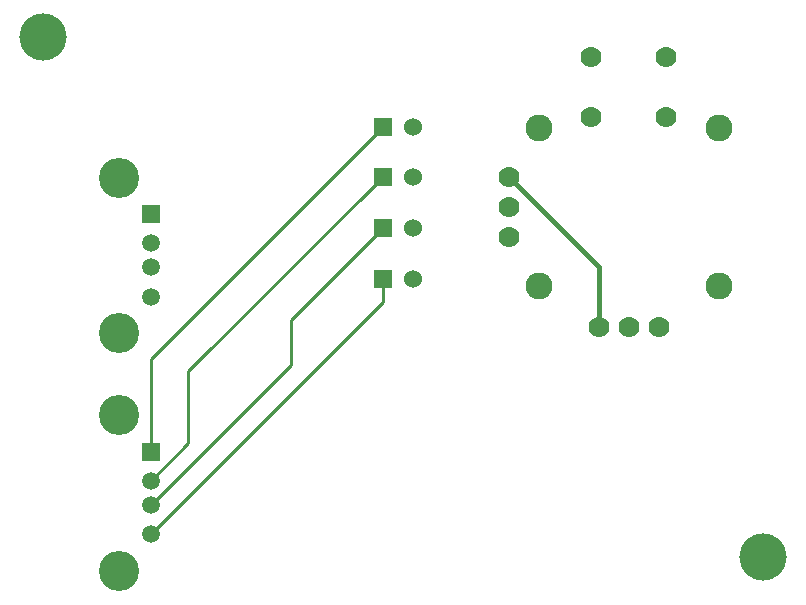
<source format=gtl>
G04*
G04 #@! TF.GenerationSoftware,Altium Limited,Altium Designer,22.10.1 (41)*
G04*
G04 Layer_Physical_Order=1*
G04 Layer_Color=255*
%FSLAX25Y25*%
%MOIN*%
G70*
G04*
G04 #@! TF.SameCoordinates,21556AB6-08DB-41F7-8633-05A54B1CEEA3*
G04*
G04*
G04 #@! TF.FilePolarity,Positive*
G04*
G01*
G75*
%ADD12C,0.01000*%
%ADD21C,0.01500*%
%ADD22C,0.15748*%
%ADD23C,0.13370*%
%ADD24C,0.05937*%
%ADD25R,0.05937X0.05937*%
%ADD26C,0.07000*%
%ADD27C,0.09000*%
%ADD28R,0.06024X0.06024*%
%ADD29C,0.06024*%
D12*
X64300Y77800D02*
X129000Y142500D01*
X64300Y53702D02*
Y77800D01*
X51669Y41071D02*
X64300Y53702D01*
X51669Y81669D02*
X129000Y159000D01*
X51669Y50913D02*
Y81669D01*
Y33197D02*
X98400Y79928D01*
Y94900D01*
X129000Y125500D01*
X51669Y23354D02*
X129000Y100685D01*
Y108500D01*
D21*
X201000Y92500D02*
Y112500D01*
X171000Y142500D02*
X201000Y112500D01*
D22*
X255906Y15748D02*
D03*
X15748Y188976D02*
D03*
D23*
X41000Y11268D02*
D03*
Y63000D02*
D03*
Y90500D02*
D03*
Y142232D02*
D03*
D24*
X51669Y23354D02*
D03*
Y33197D02*
D03*
Y41071D02*
D03*
Y102587D02*
D03*
Y112429D02*
D03*
Y120303D02*
D03*
D25*
Y50913D02*
D03*
Y130146D02*
D03*
D26*
X171000Y122500D02*
D03*
Y132500D02*
D03*
Y142500D02*
D03*
X221000Y92500D02*
D03*
X211000D02*
D03*
X201000D02*
D03*
X223500Y162500D02*
D03*
X198500D02*
D03*
X223500Y182500D02*
D03*
X198500D02*
D03*
D27*
X241000Y158750D02*
D03*
Y106250D02*
D03*
X181000D02*
D03*
Y158750D02*
D03*
D28*
X129000Y159000D02*
D03*
Y142500D02*
D03*
Y125500D02*
D03*
Y108500D02*
D03*
D29*
X139000Y159000D02*
D03*
Y142500D02*
D03*
Y125500D02*
D03*
Y108500D02*
D03*
M02*

</source>
